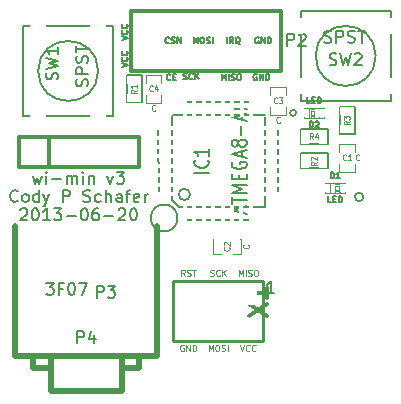
<source format=gto>
G04 (created by PCBNEW (2013-04-19 BZR 4011)-stable) date 6/24/2013 11:27:29 PM*
%MOIN*%
G04 Gerber Fmt 3.4, Leading zero omitted, Abs format*
%FSLAX34Y34*%
G01*
G70*
G90*
G04 APERTURE LIST*
%ADD10C,0.006*%
%ADD11C,0.00787402*%
%ADD12C,0.005*%
%ADD13C,0.012*%
%ADD14C,0.0026*%
%ADD15C,0.01*%
%ADD16C,0.004*%
%ADD17C,0.0047*%
%ADD18C,0.02*%
%ADD19C,0.00590551*%
%ADD20C,0.008*%
%ADD21C,0.003*%
%ADD22C,0.0045*%
%ADD23R,0.055X0.055*%
%ADD24C,0.055*%
%ADD25R,0.06X0.06*%
%ADD26C,0.06*%
%ADD27R,0.045X0.025*%
%ADD28R,0.025X0.045*%
%ADD29R,0.0314X0.0314*%
%ADD30R,0.04X0.099*%
%ADD31R,0.099X0.24*%
%ADD32R,0.0177X0.0787*%
%ADD33R,0.0787X0.0177*%
G04 APERTURE END LIST*
G54D10*
G54D11*
X76647Y-44900D02*
G75*
G03X76647Y-44900I-447J0D01*
G74*
G01*
X80600Y-41400D02*
G75*
G03X80600Y-41400I-100J0D01*
G74*
G01*
X82841Y-44200D02*
G75*
G03X82841Y-44200I-141J0D01*
G74*
G01*
G54D12*
X74780Y-38966D02*
X74980Y-38900D01*
X74780Y-38833D01*
X74961Y-38652D02*
X74971Y-38661D01*
X74980Y-38690D01*
X74980Y-38709D01*
X74971Y-38738D01*
X74952Y-38757D01*
X74933Y-38766D01*
X74895Y-38776D01*
X74866Y-38776D01*
X74828Y-38766D01*
X74809Y-38757D01*
X74790Y-38738D01*
X74780Y-38709D01*
X74780Y-38690D01*
X74790Y-38661D01*
X74800Y-38652D01*
X74961Y-38452D02*
X74971Y-38461D01*
X74980Y-38490D01*
X74980Y-38509D01*
X74971Y-38538D01*
X74952Y-38557D01*
X74933Y-38566D01*
X74895Y-38576D01*
X74866Y-38576D01*
X74828Y-38566D01*
X74809Y-38557D01*
X74790Y-38538D01*
X74780Y-38509D01*
X74780Y-38490D01*
X74790Y-38461D01*
X74800Y-38452D01*
X79347Y-38890D02*
X79328Y-38880D01*
X79300Y-38880D01*
X79271Y-38890D01*
X79252Y-38909D01*
X79242Y-38928D01*
X79233Y-38966D01*
X79233Y-38995D01*
X79242Y-39033D01*
X79252Y-39052D01*
X79271Y-39071D01*
X79300Y-39080D01*
X79319Y-39080D01*
X79347Y-39071D01*
X79357Y-39061D01*
X79357Y-38995D01*
X79319Y-38995D01*
X79442Y-39080D02*
X79442Y-38880D01*
X79557Y-39080D01*
X79557Y-38880D01*
X79652Y-39080D02*
X79652Y-38880D01*
X79700Y-38880D01*
X79728Y-38890D01*
X79747Y-38909D01*
X79757Y-38928D01*
X79766Y-38966D01*
X79766Y-38995D01*
X79757Y-39033D01*
X79747Y-39052D01*
X79728Y-39071D01*
X79700Y-39080D01*
X79652Y-39080D01*
X78295Y-39080D02*
X78295Y-38880D01*
X78504Y-39080D02*
X78438Y-38985D01*
X78390Y-39080D02*
X78390Y-38880D01*
X78466Y-38880D01*
X78485Y-38890D01*
X78495Y-38900D01*
X78504Y-38919D01*
X78504Y-38947D01*
X78495Y-38966D01*
X78485Y-38976D01*
X78466Y-38985D01*
X78390Y-38985D01*
X78723Y-39100D02*
X78704Y-39090D01*
X78685Y-39071D01*
X78657Y-39042D01*
X78638Y-39033D01*
X78619Y-39033D01*
X78628Y-39080D02*
X78609Y-39071D01*
X78590Y-39052D01*
X78580Y-39014D01*
X78580Y-38947D01*
X78590Y-38909D01*
X78609Y-38890D01*
X78628Y-38880D01*
X78666Y-38880D01*
X78685Y-38890D01*
X78704Y-38909D01*
X78714Y-38947D01*
X78714Y-39014D01*
X78704Y-39052D01*
X78685Y-39071D01*
X78666Y-39080D01*
X78628Y-39080D01*
X77185Y-39080D02*
X77185Y-38880D01*
X77252Y-39023D01*
X77319Y-38880D01*
X77319Y-39080D01*
X77452Y-38880D02*
X77490Y-38880D01*
X77509Y-38890D01*
X77528Y-38909D01*
X77538Y-38947D01*
X77538Y-39014D01*
X77528Y-39052D01*
X77509Y-39071D01*
X77490Y-39080D01*
X77452Y-39080D01*
X77433Y-39071D01*
X77414Y-39052D01*
X77404Y-39014D01*
X77404Y-38947D01*
X77414Y-38909D01*
X77433Y-38890D01*
X77452Y-38880D01*
X77614Y-39071D02*
X77642Y-39080D01*
X77690Y-39080D01*
X77709Y-39071D01*
X77719Y-39061D01*
X77728Y-39042D01*
X77728Y-39023D01*
X77719Y-39004D01*
X77709Y-38995D01*
X77690Y-38985D01*
X77652Y-38976D01*
X77633Y-38966D01*
X77623Y-38957D01*
X77614Y-38938D01*
X77614Y-38919D01*
X77623Y-38900D01*
X77633Y-38890D01*
X77652Y-38880D01*
X77699Y-38880D01*
X77728Y-38890D01*
X77814Y-39080D02*
X77814Y-38880D01*
X71816Y-43495D02*
X71892Y-43761D01*
X71969Y-43571D01*
X72045Y-43761D01*
X72121Y-43495D01*
X72273Y-43761D02*
X72273Y-43495D01*
X72273Y-43361D02*
X72254Y-43380D01*
X72273Y-43400D01*
X72292Y-43380D01*
X72273Y-43361D01*
X72273Y-43400D01*
X72464Y-43609D02*
X72769Y-43609D01*
X72959Y-43761D02*
X72959Y-43495D01*
X72959Y-43533D02*
X72978Y-43514D01*
X73016Y-43495D01*
X73073Y-43495D01*
X73111Y-43514D01*
X73130Y-43552D01*
X73130Y-43761D01*
X73130Y-43552D02*
X73150Y-43514D01*
X73188Y-43495D01*
X73245Y-43495D01*
X73283Y-43514D01*
X73302Y-43552D01*
X73302Y-43761D01*
X73492Y-43761D02*
X73492Y-43495D01*
X73492Y-43361D02*
X73473Y-43380D01*
X73492Y-43400D01*
X73511Y-43380D01*
X73492Y-43361D01*
X73492Y-43400D01*
X73683Y-43495D02*
X73683Y-43761D01*
X73683Y-43533D02*
X73702Y-43514D01*
X73740Y-43495D01*
X73797Y-43495D01*
X73835Y-43514D01*
X73854Y-43552D01*
X73854Y-43761D01*
X74311Y-43495D02*
X74407Y-43761D01*
X74502Y-43495D01*
X74616Y-43361D02*
X74864Y-43361D01*
X74730Y-43514D01*
X74788Y-43514D01*
X74826Y-43533D01*
X74845Y-43552D01*
X74864Y-43590D01*
X74864Y-43685D01*
X74845Y-43723D01*
X74826Y-43742D01*
X74788Y-43761D01*
X74673Y-43761D01*
X74635Y-43742D01*
X74616Y-43723D01*
X71321Y-44333D02*
X71302Y-44352D01*
X71245Y-44371D01*
X71207Y-44371D01*
X71150Y-44352D01*
X71111Y-44314D01*
X71092Y-44276D01*
X71073Y-44200D01*
X71073Y-44143D01*
X71092Y-44067D01*
X71111Y-44029D01*
X71150Y-43990D01*
X71207Y-43971D01*
X71245Y-43971D01*
X71302Y-43990D01*
X71321Y-44010D01*
X71550Y-44371D02*
X71511Y-44352D01*
X71492Y-44333D01*
X71473Y-44295D01*
X71473Y-44181D01*
X71492Y-44143D01*
X71511Y-44124D01*
X71550Y-44105D01*
X71607Y-44105D01*
X71645Y-44124D01*
X71664Y-44143D01*
X71683Y-44181D01*
X71683Y-44295D01*
X71664Y-44333D01*
X71645Y-44352D01*
X71607Y-44371D01*
X71550Y-44371D01*
X72026Y-44371D02*
X72026Y-43971D01*
X72026Y-44352D02*
X71988Y-44371D01*
X71911Y-44371D01*
X71873Y-44352D01*
X71854Y-44333D01*
X71835Y-44295D01*
X71835Y-44181D01*
X71854Y-44143D01*
X71873Y-44124D01*
X71911Y-44105D01*
X71988Y-44105D01*
X72026Y-44124D01*
X72178Y-44105D02*
X72273Y-44371D01*
X72369Y-44105D02*
X72273Y-44371D01*
X72235Y-44467D01*
X72216Y-44486D01*
X72178Y-44505D01*
X72826Y-44371D02*
X72826Y-43971D01*
X72978Y-43971D01*
X73016Y-43990D01*
X73035Y-44010D01*
X73054Y-44048D01*
X73054Y-44105D01*
X73035Y-44143D01*
X73016Y-44162D01*
X72978Y-44181D01*
X72826Y-44181D01*
X73511Y-44352D02*
X73569Y-44371D01*
X73664Y-44371D01*
X73702Y-44352D01*
X73721Y-44333D01*
X73740Y-44295D01*
X73740Y-44257D01*
X73721Y-44219D01*
X73702Y-44200D01*
X73664Y-44181D01*
X73588Y-44162D01*
X73550Y-44143D01*
X73530Y-44124D01*
X73511Y-44086D01*
X73511Y-44048D01*
X73530Y-44010D01*
X73550Y-43990D01*
X73588Y-43971D01*
X73683Y-43971D01*
X73740Y-43990D01*
X74083Y-44352D02*
X74045Y-44371D01*
X73969Y-44371D01*
X73930Y-44352D01*
X73911Y-44333D01*
X73892Y-44295D01*
X73892Y-44181D01*
X73911Y-44143D01*
X73930Y-44124D01*
X73969Y-44105D01*
X74045Y-44105D01*
X74083Y-44124D01*
X74254Y-44371D02*
X74254Y-43971D01*
X74426Y-44371D02*
X74426Y-44162D01*
X74407Y-44124D01*
X74369Y-44105D01*
X74311Y-44105D01*
X74273Y-44124D01*
X74254Y-44143D01*
X74788Y-44371D02*
X74788Y-44162D01*
X74769Y-44124D01*
X74730Y-44105D01*
X74654Y-44105D01*
X74616Y-44124D01*
X74788Y-44352D02*
X74750Y-44371D01*
X74654Y-44371D01*
X74616Y-44352D01*
X74597Y-44314D01*
X74597Y-44276D01*
X74616Y-44238D01*
X74654Y-44219D01*
X74750Y-44219D01*
X74788Y-44200D01*
X74921Y-44105D02*
X75073Y-44105D01*
X74978Y-44371D02*
X74978Y-44029D01*
X74997Y-43990D01*
X75035Y-43971D01*
X75073Y-43971D01*
X75359Y-44352D02*
X75321Y-44371D01*
X75245Y-44371D01*
X75207Y-44352D01*
X75188Y-44314D01*
X75188Y-44162D01*
X75207Y-44124D01*
X75245Y-44105D01*
X75321Y-44105D01*
X75359Y-44124D01*
X75378Y-44162D01*
X75378Y-44200D01*
X75188Y-44238D01*
X75550Y-44371D02*
X75550Y-44105D01*
X75550Y-44181D02*
X75569Y-44143D01*
X75588Y-44124D01*
X75626Y-44105D01*
X75664Y-44105D01*
X71407Y-44620D02*
X71426Y-44600D01*
X71464Y-44581D01*
X71559Y-44581D01*
X71597Y-44600D01*
X71616Y-44620D01*
X71635Y-44658D01*
X71635Y-44696D01*
X71616Y-44753D01*
X71388Y-44981D01*
X71635Y-44981D01*
X71883Y-44581D02*
X71921Y-44581D01*
X71959Y-44600D01*
X71978Y-44620D01*
X71997Y-44658D01*
X72016Y-44734D01*
X72016Y-44829D01*
X71997Y-44905D01*
X71978Y-44943D01*
X71959Y-44962D01*
X71921Y-44981D01*
X71883Y-44981D01*
X71845Y-44962D01*
X71826Y-44943D01*
X71807Y-44905D01*
X71788Y-44829D01*
X71788Y-44734D01*
X71807Y-44658D01*
X71826Y-44620D01*
X71845Y-44600D01*
X71883Y-44581D01*
X72397Y-44981D02*
X72169Y-44981D01*
X72283Y-44981D02*
X72283Y-44581D01*
X72245Y-44639D01*
X72207Y-44677D01*
X72169Y-44696D01*
X72530Y-44581D02*
X72778Y-44581D01*
X72645Y-44734D01*
X72702Y-44734D01*
X72740Y-44753D01*
X72759Y-44772D01*
X72778Y-44810D01*
X72778Y-44905D01*
X72759Y-44943D01*
X72740Y-44962D01*
X72702Y-44981D01*
X72588Y-44981D01*
X72550Y-44962D01*
X72530Y-44943D01*
X72950Y-44829D02*
X73254Y-44829D01*
X73521Y-44581D02*
X73559Y-44581D01*
X73597Y-44600D01*
X73616Y-44620D01*
X73635Y-44658D01*
X73654Y-44734D01*
X73654Y-44829D01*
X73635Y-44905D01*
X73616Y-44943D01*
X73597Y-44962D01*
X73559Y-44981D01*
X73521Y-44981D01*
X73483Y-44962D01*
X73464Y-44943D01*
X73445Y-44905D01*
X73426Y-44829D01*
X73426Y-44734D01*
X73445Y-44658D01*
X73464Y-44620D01*
X73483Y-44600D01*
X73521Y-44581D01*
X73997Y-44581D02*
X73921Y-44581D01*
X73883Y-44600D01*
X73864Y-44620D01*
X73826Y-44677D01*
X73807Y-44753D01*
X73807Y-44905D01*
X73826Y-44943D01*
X73845Y-44962D01*
X73883Y-44981D01*
X73959Y-44981D01*
X73997Y-44962D01*
X74016Y-44943D01*
X74035Y-44905D01*
X74035Y-44810D01*
X74016Y-44772D01*
X73997Y-44753D01*
X73959Y-44734D01*
X73883Y-44734D01*
X73845Y-44753D01*
X73826Y-44772D01*
X73807Y-44810D01*
X74207Y-44829D02*
X74511Y-44829D01*
X74683Y-44620D02*
X74702Y-44600D01*
X74740Y-44581D01*
X74835Y-44581D01*
X74873Y-44600D01*
X74892Y-44620D01*
X74911Y-44658D01*
X74911Y-44696D01*
X74892Y-44753D01*
X74664Y-44981D01*
X74911Y-44981D01*
X75159Y-44581D02*
X75197Y-44581D01*
X75235Y-44600D01*
X75254Y-44620D01*
X75273Y-44658D01*
X75292Y-44734D01*
X75292Y-44829D01*
X75273Y-44905D01*
X75254Y-44943D01*
X75235Y-44962D01*
X75197Y-44981D01*
X75159Y-44981D01*
X75121Y-44962D01*
X75102Y-44943D01*
X75083Y-44905D01*
X75064Y-44829D01*
X75064Y-44734D01*
X75083Y-44658D01*
X75102Y-44620D01*
X75121Y-44600D01*
X75159Y-44581D01*
X76361Y-39061D02*
X76352Y-39071D01*
X76323Y-39080D01*
X76304Y-39080D01*
X76276Y-39071D01*
X76257Y-39052D01*
X76247Y-39033D01*
X76238Y-38995D01*
X76238Y-38966D01*
X76247Y-38928D01*
X76257Y-38909D01*
X76276Y-38890D01*
X76304Y-38880D01*
X76323Y-38880D01*
X76352Y-38890D01*
X76361Y-38900D01*
X76438Y-39071D02*
X76466Y-39080D01*
X76514Y-39080D01*
X76533Y-39071D01*
X76542Y-39061D01*
X76552Y-39042D01*
X76552Y-39023D01*
X76542Y-39004D01*
X76533Y-38995D01*
X76514Y-38985D01*
X76476Y-38976D01*
X76457Y-38966D01*
X76447Y-38957D01*
X76438Y-38938D01*
X76438Y-38919D01*
X76447Y-38900D01*
X76457Y-38890D01*
X76476Y-38880D01*
X76523Y-38880D01*
X76552Y-38890D01*
X76638Y-39080D02*
X76638Y-38880D01*
X76752Y-39080D01*
X76752Y-38880D01*
X79287Y-40110D02*
X79268Y-40100D01*
X79240Y-40100D01*
X79211Y-40110D01*
X79192Y-40129D01*
X79182Y-40148D01*
X79173Y-40186D01*
X79173Y-40215D01*
X79182Y-40253D01*
X79192Y-40272D01*
X79211Y-40291D01*
X79240Y-40300D01*
X79259Y-40300D01*
X79287Y-40291D01*
X79297Y-40281D01*
X79297Y-40215D01*
X79259Y-40215D01*
X79382Y-40300D02*
X79382Y-40100D01*
X79497Y-40300D01*
X79497Y-40100D01*
X79592Y-40300D02*
X79592Y-40100D01*
X79640Y-40100D01*
X79668Y-40110D01*
X79687Y-40129D01*
X79697Y-40148D01*
X79706Y-40186D01*
X79706Y-40215D01*
X79697Y-40253D01*
X79687Y-40272D01*
X79668Y-40291D01*
X79640Y-40300D01*
X79592Y-40300D01*
X78125Y-40300D02*
X78125Y-40100D01*
X78192Y-40243D01*
X78259Y-40100D01*
X78259Y-40300D01*
X78354Y-40300D02*
X78354Y-40100D01*
X78440Y-40291D02*
X78468Y-40300D01*
X78516Y-40300D01*
X78535Y-40291D01*
X78544Y-40281D01*
X78554Y-40262D01*
X78554Y-40243D01*
X78544Y-40224D01*
X78535Y-40215D01*
X78516Y-40205D01*
X78478Y-40196D01*
X78459Y-40186D01*
X78449Y-40177D01*
X78440Y-40158D01*
X78440Y-40139D01*
X78449Y-40120D01*
X78459Y-40110D01*
X78478Y-40100D01*
X78525Y-40100D01*
X78554Y-40110D01*
X78678Y-40100D02*
X78716Y-40100D01*
X78735Y-40110D01*
X78754Y-40129D01*
X78763Y-40167D01*
X78763Y-40234D01*
X78754Y-40272D01*
X78735Y-40291D01*
X78716Y-40300D01*
X78678Y-40300D01*
X78659Y-40291D01*
X78640Y-40272D01*
X78630Y-40234D01*
X78630Y-40167D01*
X78640Y-40129D01*
X78659Y-40110D01*
X78678Y-40100D01*
X76411Y-40281D02*
X76401Y-40291D01*
X76373Y-40300D01*
X76354Y-40300D01*
X76325Y-40291D01*
X76306Y-40272D01*
X76297Y-40253D01*
X76287Y-40215D01*
X76287Y-40186D01*
X76297Y-40148D01*
X76306Y-40129D01*
X76325Y-40110D01*
X76354Y-40100D01*
X76373Y-40100D01*
X76401Y-40110D01*
X76411Y-40120D01*
X76497Y-40196D02*
X76563Y-40196D01*
X76592Y-40300D02*
X76497Y-40300D01*
X76497Y-40100D01*
X76592Y-40100D01*
X76842Y-40271D02*
X76871Y-40280D01*
X76919Y-40280D01*
X76938Y-40271D01*
X76947Y-40261D01*
X76957Y-40242D01*
X76957Y-40223D01*
X76947Y-40204D01*
X76938Y-40195D01*
X76919Y-40185D01*
X76880Y-40176D01*
X76861Y-40166D01*
X76852Y-40157D01*
X76842Y-40138D01*
X76842Y-40119D01*
X76852Y-40100D01*
X76861Y-40090D01*
X76880Y-40080D01*
X76928Y-40080D01*
X76957Y-40090D01*
X77157Y-40261D02*
X77147Y-40271D01*
X77119Y-40280D01*
X77100Y-40280D01*
X77071Y-40271D01*
X77052Y-40252D01*
X77042Y-40233D01*
X77033Y-40195D01*
X77033Y-40166D01*
X77042Y-40128D01*
X77052Y-40109D01*
X77071Y-40090D01*
X77100Y-40080D01*
X77119Y-40080D01*
X77147Y-40090D01*
X77157Y-40100D01*
X77242Y-40280D02*
X77242Y-40080D01*
X77357Y-40280D02*
X77271Y-40166D01*
X77357Y-40080D02*
X77242Y-40195D01*
X74780Y-39866D02*
X74980Y-39800D01*
X74780Y-39733D01*
X74961Y-39552D02*
X74971Y-39561D01*
X74980Y-39590D01*
X74980Y-39609D01*
X74971Y-39638D01*
X74952Y-39657D01*
X74933Y-39666D01*
X74895Y-39676D01*
X74866Y-39676D01*
X74828Y-39666D01*
X74809Y-39657D01*
X74790Y-39638D01*
X74780Y-39609D01*
X74780Y-39590D01*
X74790Y-39561D01*
X74800Y-39552D01*
X74961Y-39352D02*
X74971Y-39361D01*
X74980Y-39390D01*
X74980Y-39409D01*
X74971Y-39438D01*
X74952Y-39457D01*
X74933Y-39466D01*
X74895Y-39476D01*
X74866Y-39476D01*
X74828Y-39466D01*
X74809Y-39457D01*
X74790Y-39438D01*
X74780Y-39409D01*
X74780Y-39390D01*
X74790Y-39361D01*
X74800Y-39352D01*
G54D13*
X71350Y-42200D02*
X71350Y-42200D01*
X71350Y-43200D02*
X71350Y-42200D01*
X71350Y-42200D02*
X71350Y-42200D01*
X71350Y-42200D02*
X75350Y-42200D01*
X75350Y-42200D02*
X75350Y-43200D01*
X75350Y-43200D02*
X71350Y-43200D01*
X72350Y-43200D02*
X72350Y-42200D01*
X75100Y-38000D02*
X80100Y-38000D01*
X80100Y-38000D02*
X80100Y-40000D01*
X80100Y-40000D02*
X75100Y-40000D01*
X75100Y-40000D02*
X75100Y-38000D01*
G54D14*
X79100Y-48400D02*
X78900Y-48400D01*
X78900Y-48400D02*
X78900Y-48600D01*
X79100Y-48600D02*
X78900Y-48600D01*
X79100Y-48400D02*
X79100Y-48600D01*
X78100Y-48400D02*
X77900Y-48400D01*
X77900Y-48400D02*
X77900Y-48600D01*
X78100Y-48600D02*
X77900Y-48600D01*
X78100Y-48400D02*
X78100Y-48600D01*
X78100Y-47400D02*
X77900Y-47400D01*
X77900Y-47400D02*
X77900Y-47600D01*
X78100Y-47600D02*
X77900Y-47600D01*
X78100Y-47400D02*
X78100Y-47600D01*
X77100Y-48400D02*
X76900Y-48400D01*
X76900Y-48400D02*
X76900Y-48600D01*
X77100Y-48600D02*
X76900Y-48600D01*
X77100Y-48400D02*
X77100Y-48600D01*
X77100Y-47400D02*
X76900Y-47400D01*
X76900Y-47400D02*
X76900Y-47600D01*
X77100Y-47600D02*
X76900Y-47600D01*
X77100Y-47400D02*
X77100Y-47600D01*
G54D15*
X79500Y-49000D02*
X76500Y-49000D01*
X76500Y-49000D02*
X76500Y-47000D01*
X76500Y-47000D02*
X79500Y-47000D01*
X79500Y-47000D02*
X79500Y-49000D01*
G54D12*
X75450Y-40150D02*
X75450Y-41050D01*
X75450Y-41050D02*
X74950Y-41050D01*
X74950Y-41050D02*
X74950Y-40150D01*
X74950Y-40150D02*
X75450Y-40150D01*
X74000Y-40000D02*
G75*
G03X74000Y-40000I-1000J0D01*
G74*
G01*
X71500Y-41500D02*
X71500Y-38500D01*
X71500Y-38500D02*
X74500Y-38500D01*
X74500Y-38500D02*
X74500Y-41500D01*
X71500Y-41500D02*
X74500Y-41500D01*
X80750Y-42750D02*
X81650Y-42750D01*
X81650Y-42750D02*
X81650Y-43250D01*
X81650Y-43250D02*
X80750Y-43250D01*
X80750Y-43250D02*
X80750Y-42750D01*
G54D14*
X82077Y-43723D02*
X82077Y-44077D01*
X82077Y-44077D02*
X82234Y-44077D01*
X82234Y-43723D02*
X82234Y-44077D01*
X82077Y-43723D02*
X82234Y-43723D01*
X81566Y-43723D02*
X81566Y-44077D01*
X81566Y-44077D02*
X81723Y-44077D01*
X81723Y-43723D02*
X81723Y-44077D01*
X81566Y-43723D02*
X81723Y-43723D01*
X81900Y-43723D02*
X81900Y-43782D01*
X81900Y-43782D02*
X82018Y-43782D01*
X82018Y-43723D02*
X82018Y-43782D01*
X81900Y-43723D02*
X82018Y-43723D01*
X81900Y-44018D02*
X81900Y-44077D01*
X81900Y-44077D02*
X82018Y-44077D01*
X82018Y-44018D02*
X82018Y-44077D01*
X81900Y-44018D02*
X82018Y-44018D01*
X81900Y-43841D02*
X81900Y-43959D01*
X81900Y-43959D02*
X82018Y-43959D01*
X82018Y-43841D02*
X82018Y-43959D01*
X81900Y-43841D02*
X82018Y-43841D01*
G54D16*
X82077Y-43743D02*
X81723Y-43743D01*
X82077Y-44057D02*
X81723Y-44057D01*
G54D17*
X78103Y-45594D02*
X77828Y-45594D01*
X78497Y-45594D02*
X78772Y-45594D01*
X78103Y-46106D02*
X77828Y-46106D01*
X78772Y-46106D02*
X78497Y-46106D01*
X77828Y-46100D02*
X77828Y-45600D01*
X78772Y-45600D02*
X78772Y-46100D01*
X80256Y-40803D02*
X80256Y-40528D01*
X80256Y-41197D02*
X80256Y-41472D01*
X79744Y-40803D02*
X79744Y-40528D01*
X79744Y-41472D02*
X79744Y-41197D01*
X79750Y-40528D02*
X80250Y-40528D01*
X80250Y-41472D02*
X79750Y-41472D01*
G54D18*
X72418Y-49893D02*
X71828Y-49893D01*
X71828Y-49893D02*
X71828Y-49500D01*
X75371Y-49893D02*
X74781Y-49893D01*
X75371Y-49893D02*
X75371Y-49500D01*
X72418Y-49500D02*
X72418Y-50681D01*
X72418Y-50681D02*
X74781Y-50681D01*
X74781Y-50681D02*
X74781Y-49500D01*
X71237Y-45169D02*
X71237Y-49500D01*
X75962Y-49500D02*
X71237Y-49500D01*
X75962Y-49500D02*
X75962Y-45169D01*
X74328Y-49500D02*
X72911Y-49500D01*
G54D12*
X83250Y-39500D02*
G75*
G03X83250Y-39500I-1000J0D01*
G74*
G01*
X83750Y-41000D02*
X80750Y-41000D01*
X80750Y-41000D02*
X80750Y-38000D01*
X80750Y-38000D02*
X83750Y-38000D01*
X83750Y-41000D02*
X83750Y-38000D01*
G54D17*
X82044Y-43097D02*
X82044Y-43372D01*
X82044Y-42703D02*
X82044Y-42428D01*
X82556Y-43097D02*
X82556Y-43372D01*
X82556Y-42428D02*
X82556Y-42703D01*
X82550Y-43372D02*
X82050Y-43372D01*
X82050Y-42428D02*
X82550Y-42428D01*
X76106Y-40403D02*
X76106Y-40128D01*
X76106Y-40797D02*
X76106Y-41072D01*
X75594Y-40403D02*
X75594Y-40128D01*
X75594Y-41072D02*
X75594Y-40797D01*
X75600Y-40128D02*
X76100Y-40128D01*
X76100Y-41072D02*
X75600Y-41072D01*
G54D12*
X82550Y-41200D02*
X82550Y-42100D01*
X82550Y-42100D02*
X82050Y-42100D01*
X82050Y-42100D02*
X82050Y-41200D01*
X82050Y-41200D02*
X82550Y-41200D01*
X80750Y-41950D02*
X81650Y-41950D01*
X81650Y-41950D02*
X81650Y-42450D01*
X81650Y-42450D02*
X80750Y-42450D01*
X80750Y-42450D02*
X80750Y-41950D01*
G54D14*
X81023Y-41577D02*
X81023Y-41223D01*
X81023Y-41223D02*
X80866Y-41223D01*
X80866Y-41577D02*
X80866Y-41223D01*
X81023Y-41577D02*
X80866Y-41577D01*
X81534Y-41577D02*
X81534Y-41223D01*
X81534Y-41223D02*
X81377Y-41223D01*
X81377Y-41577D02*
X81377Y-41223D01*
X81534Y-41577D02*
X81377Y-41577D01*
X81200Y-41577D02*
X81200Y-41518D01*
X81200Y-41518D02*
X81082Y-41518D01*
X81082Y-41577D02*
X81082Y-41518D01*
X81200Y-41577D02*
X81082Y-41577D01*
X81200Y-41282D02*
X81200Y-41223D01*
X81200Y-41223D02*
X81082Y-41223D01*
X81082Y-41282D02*
X81082Y-41223D01*
X81200Y-41282D02*
X81082Y-41282D01*
X81200Y-41459D02*
X81200Y-41341D01*
X81200Y-41341D02*
X81082Y-41341D01*
X81082Y-41459D02*
X81082Y-41341D01*
X81200Y-41459D02*
X81082Y-41459D01*
G54D16*
X81023Y-41557D02*
X81377Y-41557D01*
X81023Y-41243D02*
X81377Y-41243D01*
G54D10*
X79090Y-41020D02*
X79090Y-41470D01*
X76910Y-41020D02*
X76910Y-41460D01*
X79090Y-41020D02*
X76910Y-41020D01*
X79560Y-41900D02*
X79990Y-41900D01*
X79570Y-44110D02*
X79990Y-44110D01*
X79990Y-44120D02*
X80000Y-41900D01*
X76020Y-44100D02*
X76010Y-41930D01*
X76710Y-44530D02*
X79540Y-44530D01*
X76020Y-41920D02*
X76430Y-41920D01*
X76470Y-44280D02*
X76470Y-41500D01*
X79550Y-41480D02*
X76510Y-41480D01*
X79550Y-44530D02*
X79550Y-41530D01*
X76880Y-44980D02*
X79100Y-44980D01*
X79100Y-44980D02*
X79100Y-44530D01*
X76700Y-44526D02*
X76470Y-44296D01*
X76880Y-44978D02*
X76880Y-44526D01*
X76470Y-44100D02*
X76018Y-44100D01*
X77062Y-44118D02*
G75*
G03X77062Y-44118I-188J0D01*
G74*
G01*
G54D19*
X73959Y-47559D02*
X73959Y-47165D01*
X74109Y-47165D01*
X74146Y-47184D01*
X74165Y-47203D01*
X74184Y-47240D01*
X74184Y-47296D01*
X74165Y-47334D01*
X74146Y-47353D01*
X74109Y-47371D01*
X73959Y-47371D01*
X74315Y-47165D02*
X74559Y-47165D01*
X74428Y-47315D01*
X74484Y-47315D01*
X74521Y-47334D01*
X74540Y-47353D01*
X74559Y-47390D01*
X74559Y-47484D01*
X74540Y-47521D01*
X74521Y-47540D01*
X74484Y-47559D01*
X74371Y-47559D01*
X74334Y-47540D01*
X74315Y-47521D01*
G54D20*
X80304Y-39161D02*
X80304Y-38761D01*
X80457Y-38761D01*
X80495Y-38780D01*
X80514Y-38800D01*
X80533Y-38838D01*
X80533Y-38895D01*
X80514Y-38933D01*
X80495Y-38952D01*
X80457Y-38971D01*
X80304Y-38971D01*
X80685Y-38800D02*
X80704Y-38780D01*
X80742Y-38761D01*
X80838Y-38761D01*
X80876Y-38780D01*
X80895Y-38800D01*
X80914Y-38838D01*
X80914Y-38876D01*
X80895Y-38933D01*
X80666Y-39161D01*
X80914Y-39161D01*
G54D19*
X79862Y-47409D02*
X79637Y-47409D01*
X79750Y-47409D02*
X79750Y-47015D01*
X79712Y-47071D01*
X79675Y-47109D01*
X79637Y-47128D01*
G54D21*
X78685Y-46830D02*
X78685Y-46630D01*
X78752Y-46773D01*
X78819Y-46630D01*
X78819Y-46830D01*
X78914Y-46830D02*
X78914Y-46630D01*
X79000Y-46821D02*
X79028Y-46830D01*
X79076Y-46830D01*
X79095Y-46821D01*
X79104Y-46811D01*
X79114Y-46792D01*
X79114Y-46773D01*
X79104Y-46754D01*
X79095Y-46745D01*
X79076Y-46735D01*
X79038Y-46726D01*
X79019Y-46716D01*
X79009Y-46707D01*
X79000Y-46688D01*
X79000Y-46669D01*
X79009Y-46650D01*
X79019Y-46640D01*
X79038Y-46630D01*
X79085Y-46630D01*
X79114Y-46640D01*
X79238Y-46630D02*
X79276Y-46630D01*
X79295Y-46640D01*
X79314Y-46659D01*
X79323Y-46697D01*
X79323Y-46764D01*
X79314Y-46802D01*
X79295Y-46821D01*
X79276Y-46830D01*
X79238Y-46830D01*
X79219Y-46821D01*
X79200Y-46802D01*
X79190Y-46764D01*
X79190Y-46697D01*
X79200Y-46659D01*
X79219Y-46640D01*
X79238Y-46630D01*
X77742Y-46821D02*
X77771Y-46830D01*
X77819Y-46830D01*
X77838Y-46821D01*
X77847Y-46811D01*
X77857Y-46792D01*
X77857Y-46773D01*
X77847Y-46754D01*
X77838Y-46745D01*
X77819Y-46735D01*
X77780Y-46726D01*
X77761Y-46716D01*
X77752Y-46707D01*
X77742Y-46688D01*
X77742Y-46669D01*
X77752Y-46650D01*
X77761Y-46640D01*
X77780Y-46630D01*
X77828Y-46630D01*
X77857Y-46640D01*
X78057Y-46811D02*
X78047Y-46821D01*
X78019Y-46830D01*
X78000Y-46830D01*
X77971Y-46821D01*
X77952Y-46802D01*
X77942Y-46783D01*
X77933Y-46745D01*
X77933Y-46716D01*
X77942Y-46678D01*
X77952Y-46659D01*
X77971Y-46640D01*
X78000Y-46630D01*
X78019Y-46630D01*
X78047Y-46640D01*
X78057Y-46650D01*
X78142Y-46830D02*
X78142Y-46630D01*
X78257Y-46830D02*
X78171Y-46716D01*
X78257Y-46630D02*
X78142Y-46745D01*
X76890Y-46830D02*
X76823Y-46735D01*
X76776Y-46830D02*
X76776Y-46630D01*
X76852Y-46630D01*
X76871Y-46640D01*
X76880Y-46650D01*
X76890Y-46669D01*
X76890Y-46697D01*
X76880Y-46716D01*
X76871Y-46726D01*
X76852Y-46735D01*
X76776Y-46735D01*
X76966Y-46821D02*
X76995Y-46830D01*
X77042Y-46830D01*
X77061Y-46821D01*
X77071Y-46811D01*
X77080Y-46792D01*
X77080Y-46773D01*
X77071Y-46754D01*
X77061Y-46745D01*
X77042Y-46735D01*
X77004Y-46726D01*
X76985Y-46716D01*
X76976Y-46707D01*
X76966Y-46688D01*
X76966Y-46669D01*
X76976Y-46650D01*
X76985Y-46640D01*
X77004Y-46630D01*
X77052Y-46630D01*
X77080Y-46640D01*
X77138Y-46630D02*
X77252Y-46630D01*
X77195Y-46830D02*
X77195Y-46630D01*
X78733Y-49130D02*
X78800Y-49330D01*
X78866Y-49130D01*
X79047Y-49311D02*
X79038Y-49321D01*
X79009Y-49330D01*
X78990Y-49330D01*
X78961Y-49321D01*
X78942Y-49302D01*
X78933Y-49283D01*
X78923Y-49245D01*
X78923Y-49216D01*
X78933Y-49178D01*
X78942Y-49159D01*
X78961Y-49140D01*
X78990Y-49130D01*
X79009Y-49130D01*
X79038Y-49140D01*
X79047Y-49150D01*
X79247Y-49311D02*
X79238Y-49321D01*
X79209Y-49330D01*
X79190Y-49330D01*
X79161Y-49321D01*
X79142Y-49302D01*
X79133Y-49283D01*
X79123Y-49245D01*
X79123Y-49216D01*
X79133Y-49178D01*
X79142Y-49159D01*
X79161Y-49140D01*
X79190Y-49130D01*
X79209Y-49130D01*
X79238Y-49140D01*
X79247Y-49150D01*
X77685Y-49330D02*
X77685Y-49130D01*
X77752Y-49273D01*
X77819Y-49130D01*
X77819Y-49330D01*
X77952Y-49130D02*
X77990Y-49130D01*
X78009Y-49140D01*
X78028Y-49159D01*
X78038Y-49197D01*
X78038Y-49264D01*
X78028Y-49302D01*
X78009Y-49321D01*
X77990Y-49330D01*
X77952Y-49330D01*
X77933Y-49321D01*
X77914Y-49302D01*
X77904Y-49264D01*
X77904Y-49197D01*
X77914Y-49159D01*
X77933Y-49140D01*
X77952Y-49130D01*
X78114Y-49321D02*
X78142Y-49330D01*
X78190Y-49330D01*
X78209Y-49321D01*
X78219Y-49311D01*
X78228Y-49292D01*
X78228Y-49273D01*
X78219Y-49254D01*
X78209Y-49245D01*
X78190Y-49235D01*
X78152Y-49226D01*
X78133Y-49216D01*
X78123Y-49207D01*
X78114Y-49188D01*
X78114Y-49169D01*
X78123Y-49150D01*
X78133Y-49140D01*
X78152Y-49130D01*
X78199Y-49130D01*
X78228Y-49140D01*
X78314Y-49330D02*
X78314Y-49130D01*
X76847Y-49140D02*
X76828Y-49130D01*
X76800Y-49130D01*
X76771Y-49140D01*
X76752Y-49159D01*
X76742Y-49178D01*
X76733Y-49216D01*
X76733Y-49245D01*
X76742Y-49283D01*
X76752Y-49302D01*
X76771Y-49321D01*
X76800Y-49330D01*
X76819Y-49330D01*
X76847Y-49321D01*
X76857Y-49311D01*
X76857Y-49245D01*
X76819Y-49245D01*
X76942Y-49330D02*
X76942Y-49130D01*
X77057Y-49330D01*
X77057Y-49130D01*
X77152Y-49330D02*
X77152Y-49130D01*
X77200Y-49130D01*
X77228Y-49140D01*
X77247Y-49159D01*
X77257Y-49178D01*
X77266Y-49216D01*
X77266Y-49245D01*
X77257Y-49283D01*
X77247Y-49302D01*
X77228Y-49321D01*
X77200Y-49330D01*
X77152Y-49330D01*
G54D22*
X75280Y-40630D02*
X75185Y-40690D01*
X75280Y-40732D02*
X75080Y-40732D01*
X75080Y-40664D01*
X75090Y-40647D01*
X75100Y-40638D01*
X75119Y-40630D01*
X75147Y-40630D01*
X75166Y-40638D01*
X75176Y-40647D01*
X75185Y-40664D01*
X75185Y-40732D01*
X75280Y-40458D02*
X75280Y-40561D01*
X75280Y-40510D02*
X75080Y-40510D01*
X75109Y-40527D01*
X75128Y-40544D01*
X75138Y-40561D01*
G54D20*
X72642Y-40283D02*
X72661Y-40226D01*
X72661Y-40130D01*
X72642Y-40092D01*
X72623Y-40073D01*
X72585Y-40054D01*
X72547Y-40054D01*
X72509Y-40073D01*
X72490Y-40092D01*
X72471Y-40130D01*
X72452Y-40207D01*
X72433Y-40245D01*
X72414Y-40264D01*
X72376Y-40283D01*
X72338Y-40283D01*
X72300Y-40264D01*
X72280Y-40245D01*
X72261Y-40207D01*
X72261Y-40111D01*
X72280Y-40054D01*
X72261Y-39921D02*
X72661Y-39826D01*
X72376Y-39750D01*
X72661Y-39673D01*
X72261Y-39578D01*
X72661Y-39216D02*
X72661Y-39445D01*
X72661Y-39330D02*
X72261Y-39330D01*
X72319Y-39369D01*
X72357Y-39407D01*
X72376Y-39445D01*
X73642Y-40507D02*
X73661Y-40449D01*
X73661Y-40354D01*
X73642Y-40316D01*
X73623Y-40297D01*
X73585Y-40278D01*
X73547Y-40278D01*
X73509Y-40297D01*
X73490Y-40316D01*
X73471Y-40354D01*
X73452Y-40430D01*
X73433Y-40469D01*
X73414Y-40488D01*
X73376Y-40507D01*
X73338Y-40507D01*
X73300Y-40488D01*
X73280Y-40469D01*
X73261Y-40430D01*
X73261Y-40335D01*
X73280Y-40278D01*
X73661Y-40107D02*
X73261Y-40107D01*
X73261Y-39954D01*
X73280Y-39916D01*
X73300Y-39897D01*
X73338Y-39878D01*
X73395Y-39878D01*
X73433Y-39897D01*
X73452Y-39916D01*
X73471Y-39954D01*
X73471Y-40107D01*
X73642Y-39726D02*
X73661Y-39669D01*
X73661Y-39573D01*
X73642Y-39535D01*
X73623Y-39516D01*
X73585Y-39497D01*
X73547Y-39497D01*
X73509Y-39516D01*
X73490Y-39535D01*
X73471Y-39573D01*
X73452Y-39649D01*
X73433Y-39688D01*
X73414Y-39707D01*
X73376Y-39726D01*
X73338Y-39726D01*
X73300Y-39707D01*
X73280Y-39688D01*
X73261Y-39649D01*
X73261Y-39554D01*
X73280Y-39497D01*
X73261Y-39383D02*
X73261Y-39154D01*
X73661Y-39269D02*
X73261Y-39269D01*
G54D22*
X81280Y-43030D02*
X81185Y-43090D01*
X81280Y-43132D02*
X81080Y-43132D01*
X81080Y-43064D01*
X81090Y-43047D01*
X81100Y-43038D01*
X81119Y-43030D01*
X81147Y-43030D01*
X81166Y-43038D01*
X81176Y-43047D01*
X81185Y-43064D01*
X81185Y-43132D01*
X81100Y-42961D02*
X81090Y-42952D01*
X81080Y-42935D01*
X81080Y-42892D01*
X81090Y-42875D01*
X81100Y-42867D01*
X81119Y-42858D01*
X81138Y-42858D01*
X81166Y-42867D01*
X81280Y-42970D01*
X81280Y-42858D01*
G54D12*
X81752Y-43580D02*
X81752Y-43380D01*
X81800Y-43380D01*
X81828Y-43390D01*
X81847Y-43409D01*
X81857Y-43428D01*
X81866Y-43466D01*
X81866Y-43495D01*
X81857Y-43533D01*
X81847Y-43552D01*
X81828Y-43571D01*
X81800Y-43580D01*
X81752Y-43580D01*
X82057Y-43580D02*
X81942Y-43580D01*
X82000Y-43580D02*
X82000Y-43380D01*
X81980Y-43409D01*
X81961Y-43428D01*
X81942Y-43438D01*
X81771Y-44380D02*
X81676Y-44380D01*
X81676Y-44180D01*
X81838Y-44276D02*
X81904Y-44276D01*
X81933Y-44380D02*
X81838Y-44380D01*
X81838Y-44180D01*
X81933Y-44180D01*
X82019Y-44380D02*
X82019Y-44180D01*
X82066Y-44180D01*
X82095Y-44190D01*
X82114Y-44209D01*
X82123Y-44228D01*
X82133Y-44266D01*
X82133Y-44295D01*
X82123Y-44333D01*
X82114Y-44352D01*
X82095Y-44371D01*
X82066Y-44380D01*
X82019Y-44380D01*
G54D13*
X79042Y-48185D02*
X79642Y-47785D01*
X79042Y-47785D02*
X79642Y-48185D01*
X79642Y-47242D02*
X79642Y-47585D01*
X79642Y-47414D02*
X79042Y-47414D01*
X79128Y-47471D01*
X79185Y-47528D01*
X79214Y-47585D01*
G54D22*
X78361Y-45880D02*
X78371Y-45888D01*
X78380Y-45914D01*
X78380Y-45931D01*
X78371Y-45957D01*
X78352Y-45974D01*
X78333Y-45982D01*
X78295Y-45991D01*
X78266Y-45991D01*
X78228Y-45982D01*
X78209Y-45974D01*
X78190Y-45957D01*
X78180Y-45931D01*
X78180Y-45914D01*
X78190Y-45888D01*
X78200Y-45880D01*
X78200Y-45811D02*
X78190Y-45802D01*
X78180Y-45785D01*
X78180Y-45742D01*
X78190Y-45725D01*
X78200Y-45717D01*
X78219Y-45708D01*
X78238Y-45708D01*
X78266Y-45717D01*
X78380Y-45820D01*
X78380Y-45708D01*
X79011Y-45794D02*
X79021Y-45802D01*
X79030Y-45828D01*
X79030Y-45845D01*
X79021Y-45871D01*
X79002Y-45888D01*
X78983Y-45897D01*
X78945Y-45905D01*
X78916Y-45905D01*
X78878Y-45897D01*
X78859Y-45888D01*
X78840Y-45871D01*
X78830Y-45845D01*
X78830Y-45828D01*
X78840Y-45802D01*
X78850Y-45794D01*
X79970Y-41061D02*
X79961Y-41071D01*
X79935Y-41080D01*
X79918Y-41080D01*
X79892Y-41071D01*
X79875Y-41052D01*
X79867Y-41033D01*
X79858Y-40995D01*
X79858Y-40966D01*
X79867Y-40928D01*
X79875Y-40909D01*
X79892Y-40890D01*
X79918Y-40880D01*
X79935Y-40880D01*
X79961Y-40890D01*
X79970Y-40900D01*
X80030Y-40880D02*
X80141Y-40880D01*
X80081Y-40957D01*
X80107Y-40957D01*
X80124Y-40966D01*
X80132Y-40976D01*
X80141Y-40995D01*
X80141Y-41042D01*
X80132Y-41061D01*
X80124Y-41071D01*
X80107Y-41080D01*
X80055Y-41080D01*
X80038Y-41071D01*
X80030Y-41061D01*
X80055Y-41711D02*
X80047Y-41721D01*
X80021Y-41730D01*
X80004Y-41730D01*
X79978Y-41721D01*
X79961Y-41702D01*
X79952Y-41683D01*
X79944Y-41645D01*
X79944Y-41616D01*
X79952Y-41578D01*
X79961Y-41559D01*
X79978Y-41540D01*
X80004Y-41530D01*
X80021Y-41530D01*
X80047Y-41540D01*
X80055Y-41550D01*
G54D19*
X73309Y-49068D02*
X73309Y-48675D01*
X73459Y-48675D01*
X73496Y-48693D01*
X73515Y-48712D01*
X73534Y-48750D01*
X73534Y-48806D01*
X73515Y-48843D01*
X73496Y-48862D01*
X73459Y-48881D01*
X73309Y-48881D01*
X73871Y-48806D02*
X73871Y-49068D01*
X73778Y-48656D02*
X73684Y-48937D01*
X73928Y-48937D01*
X72275Y-47065D02*
X72518Y-47065D01*
X72387Y-47215D01*
X72443Y-47215D01*
X72481Y-47234D01*
X72500Y-47253D01*
X72518Y-47290D01*
X72518Y-47384D01*
X72500Y-47421D01*
X72481Y-47440D01*
X72443Y-47459D01*
X72331Y-47459D01*
X72293Y-47440D01*
X72275Y-47421D01*
X72818Y-47253D02*
X72687Y-47253D01*
X72687Y-47459D02*
X72687Y-47065D01*
X72875Y-47065D01*
X73099Y-47065D02*
X73137Y-47065D01*
X73174Y-47084D01*
X73193Y-47103D01*
X73212Y-47140D01*
X73231Y-47215D01*
X73231Y-47309D01*
X73212Y-47384D01*
X73193Y-47421D01*
X73174Y-47440D01*
X73137Y-47459D01*
X73099Y-47459D01*
X73062Y-47440D01*
X73043Y-47421D01*
X73024Y-47384D01*
X73006Y-47309D01*
X73006Y-47215D01*
X73024Y-47140D01*
X73043Y-47103D01*
X73062Y-47084D01*
X73099Y-47065D01*
X73362Y-47065D02*
X73624Y-47065D01*
X73456Y-47459D01*
G54D20*
X81716Y-39792D02*
X81773Y-39811D01*
X81869Y-39811D01*
X81907Y-39792D01*
X81926Y-39773D01*
X81945Y-39735D01*
X81945Y-39697D01*
X81926Y-39659D01*
X81907Y-39640D01*
X81869Y-39621D01*
X81792Y-39602D01*
X81754Y-39583D01*
X81735Y-39564D01*
X81716Y-39526D01*
X81716Y-39488D01*
X81735Y-39450D01*
X81754Y-39430D01*
X81792Y-39411D01*
X81888Y-39411D01*
X81945Y-39430D01*
X82078Y-39411D02*
X82173Y-39811D01*
X82250Y-39526D01*
X82326Y-39811D01*
X82421Y-39411D01*
X82554Y-39450D02*
X82573Y-39430D01*
X82611Y-39411D01*
X82707Y-39411D01*
X82745Y-39430D01*
X82764Y-39450D01*
X82783Y-39488D01*
X82783Y-39526D01*
X82764Y-39583D01*
X82535Y-39811D01*
X82783Y-39811D01*
X81542Y-39042D02*
X81600Y-39061D01*
X81695Y-39061D01*
X81733Y-39042D01*
X81752Y-39023D01*
X81771Y-38985D01*
X81771Y-38947D01*
X81752Y-38909D01*
X81733Y-38890D01*
X81695Y-38871D01*
X81619Y-38852D01*
X81580Y-38833D01*
X81561Y-38814D01*
X81542Y-38776D01*
X81542Y-38738D01*
X81561Y-38700D01*
X81580Y-38680D01*
X81619Y-38661D01*
X81714Y-38661D01*
X81771Y-38680D01*
X81942Y-39061D02*
X81942Y-38661D01*
X82095Y-38661D01*
X82133Y-38680D01*
X82152Y-38700D01*
X82171Y-38738D01*
X82171Y-38795D01*
X82152Y-38833D01*
X82133Y-38852D01*
X82095Y-38871D01*
X81942Y-38871D01*
X82323Y-39042D02*
X82380Y-39061D01*
X82476Y-39061D01*
X82514Y-39042D01*
X82533Y-39023D01*
X82552Y-38985D01*
X82552Y-38947D01*
X82533Y-38909D01*
X82514Y-38890D01*
X82476Y-38871D01*
X82400Y-38852D01*
X82361Y-38833D01*
X82342Y-38814D01*
X82323Y-38776D01*
X82323Y-38738D01*
X82342Y-38700D01*
X82361Y-38680D01*
X82400Y-38661D01*
X82495Y-38661D01*
X82552Y-38680D01*
X82666Y-38661D02*
X82895Y-38661D01*
X82780Y-39061D02*
X82780Y-38661D01*
G54D22*
X82270Y-42961D02*
X82261Y-42971D01*
X82235Y-42980D01*
X82218Y-42980D01*
X82192Y-42971D01*
X82175Y-42952D01*
X82167Y-42933D01*
X82158Y-42895D01*
X82158Y-42866D01*
X82167Y-42828D01*
X82175Y-42809D01*
X82192Y-42790D01*
X82218Y-42780D01*
X82235Y-42780D01*
X82261Y-42790D01*
X82270Y-42800D01*
X82441Y-42980D02*
X82338Y-42980D01*
X82390Y-42980D02*
X82390Y-42780D01*
X82372Y-42809D01*
X82355Y-42828D01*
X82338Y-42838D01*
X82705Y-42961D02*
X82697Y-42971D01*
X82671Y-42980D01*
X82654Y-42980D01*
X82628Y-42971D01*
X82611Y-42952D01*
X82602Y-42933D01*
X82594Y-42895D01*
X82594Y-42866D01*
X82602Y-42828D01*
X82611Y-42809D01*
X82628Y-42790D01*
X82654Y-42780D01*
X82671Y-42780D01*
X82697Y-42790D01*
X82705Y-42800D01*
X75820Y-40661D02*
X75811Y-40671D01*
X75785Y-40680D01*
X75768Y-40680D01*
X75742Y-40671D01*
X75725Y-40652D01*
X75717Y-40633D01*
X75708Y-40595D01*
X75708Y-40566D01*
X75717Y-40528D01*
X75725Y-40509D01*
X75742Y-40490D01*
X75768Y-40480D01*
X75785Y-40480D01*
X75811Y-40490D01*
X75820Y-40500D01*
X75974Y-40547D02*
X75974Y-40680D01*
X75931Y-40471D02*
X75888Y-40614D01*
X76000Y-40614D01*
X75905Y-41311D02*
X75897Y-41321D01*
X75871Y-41330D01*
X75854Y-41330D01*
X75828Y-41321D01*
X75811Y-41302D01*
X75802Y-41283D01*
X75794Y-41245D01*
X75794Y-41216D01*
X75802Y-41178D01*
X75811Y-41159D01*
X75828Y-41140D01*
X75854Y-41130D01*
X75871Y-41130D01*
X75897Y-41140D01*
X75905Y-41150D01*
X82380Y-41680D02*
X82285Y-41740D01*
X82380Y-41782D02*
X82180Y-41782D01*
X82180Y-41714D01*
X82190Y-41697D01*
X82200Y-41688D01*
X82219Y-41680D01*
X82247Y-41680D01*
X82266Y-41688D01*
X82276Y-41697D01*
X82285Y-41714D01*
X82285Y-41782D01*
X82180Y-41620D02*
X82180Y-41508D01*
X82257Y-41568D01*
X82257Y-41542D01*
X82266Y-41525D01*
X82276Y-41517D01*
X82295Y-41508D01*
X82342Y-41508D01*
X82361Y-41517D01*
X82371Y-41525D01*
X82380Y-41542D01*
X82380Y-41594D01*
X82371Y-41611D01*
X82361Y-41620D01*
X81170Y-42280D02*
X81110Y-42185D01*
X81067Y-42280D02*
X81067Y-42080D01*
X81135Y-42080D01*
X81152Y-42090D01*
X81161Y-42100D01*
X81170Y-42119D01*
X81170Y-42147D01*
X81161Y-42166D01*
X81152Y-42176D01*
X81135Y-42185D01*
X81067Y-42185D01*
X81324Y-42147D02*
X81324Y-42280D01*
X81281Y-42071D02*
X81238Y-42214D01*
X81350Y-42214D01*
G54D12*
X81052Y-41880D02*
X81052Y-41680D01*
X81100Y-41680D01*
X81128Y-41690D01*
X81147Y-41709D01*
X81157Y-41728D01*
X81166Y-41766D01*
X81166Y-41795D01*
X81157Y-41833D01*
X81147Y-41852D01*
X81128Y-41871D01*
X81100Y-41880D01*
X81052Y-41880D01*
X81242Y-41700D02*
X81252Y-41690D01*
X81271Y-41680D01*
X81319Y-41680D01*
X81338Y-41690D01*
X81347Y-41700D01*
X81357Y-41719D01*
X81357Y-41738D01*
X81347Y-41766D01*
X81233Y-41880D01*
X81357Y-41880D01*
X81071Y-41080D02*
X80976Y-41080D01*
X80976Y-40880D01*
X81138Y-40976D02*
X81204Y-40976D01*
X81233Y-41080D02*
X81138Y-41080D01*
X81138Y-40880D01*
X81233Y-40880D01*
X81319Y-41080D02*
X81319Y-40880D01*
X81366Y-40880D01*
X81395Y-40890D01*
X81414Y-40909D01*
X81423Y-40928D01*
X81433Y-40966D01*
X81433Y-40995D01*
X81423Y-41033D01*
X81414Y-41052D01*
X81395Y-41071D01*
X81366Y-41080D01*
X81319Y-41080D01*
G54D20*
X77702Y-43390D02*
X77202Y-43390D01*
X77654Y-42971D02*
X77678Y-42990D01*
X77702Y-43047D01*
X77702Y-43085D01*
X77678Y-43142D01*
X77630Y-43180D01*
X77583Y-43199D01*
X77488Y-43219D01*
X77416Y-43219D01*
X77321Y-43199D01*
X77273Y-43180D01*
X77226Y-43142D01*
X77202Y-43085D01*
X77202Y-43047D01*
X77226Y-42990D01*
X77250Y-42971D01*
X77702Y-42590D02*
X77702Y-42819D01*
X77702Y-42704D02*
X77202Y-42704D01*
X77273Y-42742D01*
X77321Y-42780D01*
X77345Y-42819D01*
X78809Y-44733D02*
X78809Y-44542D01*
X78952Y-44771D02*
X78452Y-44638D01*
X78952Y-44504D01*
X78452Y-44428D02*
X78452Y-44200D01*
X78952Y-44314D02*
X78452Y-44314D01*
X78952Y-44066D02*
X78452Y-44066D01*
X78809Y-43933D01*
X78452Y-43800D01*
X78952Y-43800D01*
X78690Y-43609D02*
X78690Y-43476D01*
X78952Y-43419D02*
X78952Y-43609D01*
X78452Y-43609D01*
X78452Y-43419D01*
X78476Y-43038D02*
X78452Y-43076D01*
X78452Y-43133D01*
X78476Y-43190D01*
X78523Y-43228D01*
X78571Y-43247D01*
X78666Y-43266D01*
X78738Y-43266D01*
X78833Y-43247D01*
X78880Y-43228D01*
X78928Y-43190D01*
X78952Y-43133D01*
X78952Y-43095D01*
X78928Y-43038D01*
X78904Y-43019D01*
X78738Y-43019D01*
X78738Y-43095D01*
X78809Y-42866D02*
X78809Y-42676D01*
X78952Y-42904D02*
X78452Y-42771D01*
X78952Y-42638D01*
X78666Y-42447D02*
X78642Y-42485D01*
X78619Y-42504D01*
X78571Y-42523D01*
X78547Y-42523D01*
X78500Y-42504D01*
X78476Y-42485D01*
X78452Y-42447D01*
X78452Y-42371D01*
X78476Y-42333D01*
X78500Y-42314D01*
X78547Y-42295D01*
X78571Y-42295D01*
X78619Y-42314D01*
X78642Y-42333D01*
X78666Y-42371D01*
X78666Y-42447D01*
X78690Y-42485D01*
X78714Y-42504D01*
X78761Y-42523D01*
X78857Y-42523D01*
X78904Y-42504D01*
X78928Y-42485D01*
X78952Y-42447D01*
X78952Y-42371D01*
X78928Y-42333D01*
X78904Y-42314D01*
X78857Y-42295D01*
X78761Y-42295D01*
X78714Y-42314D01*
X78690Y-42333D01*
X78666Y-42371D01*
X78761Y-42123D02*
X78761Y-41819D01*
X78809Y-41647D02*
X78809Y-41457D01*
X78952Y-41685D02*
X78452Y-41552D01*
X78952Y-41419D01*
X78952Y-41285D02*
X78452Y-41285D01*
%LPC*%
G54D23*
X71850Y-42700D03*
G54D24*
X72850Y-42700D03*
X73850Y-42700D03*
X74850Y-42700D03*
G54D25*
X75600Y-39500D03*
G54D26*
X75600Y-38500D03*
X76600Y-39500D03*
X76600Y-38500D03*
X77600Y-39500D03*
X77600Y-38500D03*
X78600Y-39500D03*
X78600Y-38500D03*
X79600Y-39500D03*
X79600Y-38500D03*
G54D25*
X79000Y-47500D03*
G54D26*
X79000Y-48500D03*
X78000Y-47500D03*
X78000Y-48500D03*
X77000Y-47500D03*
X77000Y-48500D03*
G54D27*
X75200Y-40300D03*
X75200Y-40900D03*
G54D24*
X72000Y-38500D03*
X74000Y-38500D03*
X72000Y-41500D03*
X74000Y-41500D03*
G54D28*
X80900Y-43000D03*
X81500Y-43000D03*
G54D29*
X81605Y-43900D03*
X82195Y-43900D03*
G54D30*
X81100Y-45105D03*
X80100Y-45105D03*
G54D31*
X80600Y-47690D03*
G54D28*
X78600Y-45850D03*
X78000Y-45850D03*
G54D27*
X80000Y-41300D03*
X80000Y-40700D03*
G54D26*
X71631Y-46153D03*
X72615Y-46153D03*
X74584Y-46153D03*
X75568Y-46153D03*
X73600Y-48122D03*
G54D24*
X80750Y-40500D03*
X80750Y-38500D03*
X83750Y-40500D03*
X83750Y-38500D03*
G54D27*
X82300Y-42600D03*
X82300Y-43200D03*
X75850Y-40900D03*
X75850Y-40300D03*
X82300Y-41350D03*
X82300Y-41950D03*
G54D28*
X80900Y-42200D03*
X81500Y-42200D03*
G54D29*
X81495Y-41400D03*
X80905Y-41400D03*
G54D32*
X79093Y-44896D03*
X78778Y-44896D03*
X78463Y-44896D03*
X78148Y-44896D03*
X77833Y-44896D03*
X77518Y-44896D03*
X77203Y-44896D03*
X76888Y-44896D03*
X76890Y-41130D03*
X79100Y-41130D03*
X78780Y-41130D03*
X78460Y-41130D03*
X78150Y-41130D03*
X77830Y-41130D03*
X77520Y-41130D03*
X77200Y-41130D03*
G54D33*
X76100Y-44112D03*
X76100Y-43798D03*
X76100Y-43482D03*
X76100Y-43168D03*
X76100Y-42852D03*
X76100Y-42538D03*
X76100Y-42222D03*
X76100Y-41908D03*
X79880Y-44110D03*
X79880Y-43800D03*
X79880Y-43480D03*
X79880Y-43170D03*
X79880Y-42860D03*
X79880Y-42540D03*
X79880Y-42220D03*
X79880Y-41900D03*
M02*

</source>
